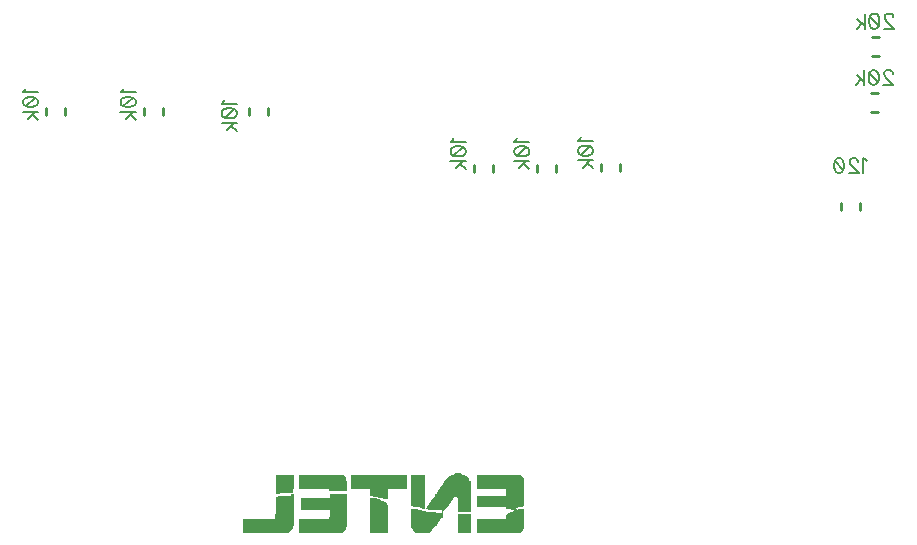
<source format=gbo>
G04 DipTrace 2.4.0.2*
%INÍèæíÿÿìàðêèðîâêà.gbo*%
%MOIN*%
%ADD10C,0.0098*%
%ADD12C,0.003*%
%ADD81C,0.0077*%
%FSLAX44Y44*%
G04*
G70*
G90*
G75*
G01*
%LNBotSilk*%
%LPD*%
X13122Y19518D2*
D10*
Y19754D1*
X13752Y19518D2*
Y19754D1*
X9622Y19518D2*
Y19754D1*
X10252Y19518D2*
Y19754D1*
X6372Y19518D2*
Y19754D1*
X7002Y19518D2*
Y19754D1*
X33870Y20252D2*
X34106D1*
X33870Y19622D2*
X34106D1*
X34129Y21497D2*
X33893D1*
X34129Y22126D2*
X33893D1*
X33502Y16606D2*
Y16370D1*
X32872Y16606D2*
Y16370D1*
X22748Y17620D2*
Y17856D1*
X23377Y17620D2*
Y17856D1*
X21252D2*
Y17620D1*
X20622Y17856D2*
Y17620D1*
X24872Y17643D2*
Y17878D1*
X25502Y17643D2*
Y17878D1*
X20002Y7583D2*
D12*
X20181D1*
X20002Y7553D2*
X20181D1*
X14018Y7523D2*
X14586D1*
X14795D2*
X16262D1*
X16531D2*
X18356D1*
X18536D2*
X18955D1*
X19900D2*
X20282D1*
X20720D2*
X22156D1*
X14018Y7494D2*
X14586D1*
X14795D2*
X16294D1*
X16531D2*
X18356D1*
X18536D2*
X18955D1*
X19822D2*
X20356D1*
X20720D2*
X22202D1*
X14018Y7464D2*
X14586D1*
X14795D2*
X16318D1*
X16531D2*
X18356D1*
X18536D2*
X18955D1*
X19769D2*
X20409D1*
X20720D2*
X22235D1*
X14018Y7434D2*
X14586D1*
X14795D2*
X16335D1*
X16531D2*
X18356D1*
X18536D2*
X18955D1*
X19729D2*
X20433D1*
X20720D2*
X22260D1*
X14018Y7404D2*
X14586D1*
X14795D2*
X16344D1*
X16531D2*
X18356D1*
X18536D2*
X18955D1*
X19709D2*
X20442D1*
X20720D2*
X22268D1*
X14018Y7374D2*
X14586D1*
X14795D2*
X16348D1*
X16531D2*
X18356D1*
X18536D2*
X18955D1*
X19686D2*
X20447D1*
X20720D2*
X22273D1*
X14018Y7344D2*
X14586D1*
X14795D2*
X16350D1*
X16531D2*
X18356D1*
X18536D2*
X18955D1*
X19661D2*
X20449D1*
X20720D2*
X22275D1*
X14018Y7314D2*
X14586D1*
X14795D2*
X16351D1*
X16531D2*
X18356D1*
X18536D2*
X18955D1*
X19638D2*
X20510D1*
X20720D2*
X22275D1*
X14018Y7284D2*
X14586D1*
X14795D2*
X16351D1*
X16531D2*
X18356D1*
X18536D2*
X18955D1*
X19620D2*
X20510D1*
X20720D2*
X22276D1*
X14018Y7254D2*
X14586D1*
X14795D2*
X16351D1*
X16531D2*
X18356D1*
X18536D2*
X18955D1*
X19603D2*
X20510D1*
X20720D2*
X22276D1*
X14018Y7224D2*
X14586D1*
X14795D2*
X16351D1*
X16531D2*
X18356D1*
X18536D2*
X18955D1*
X19584D2*
X20510D1*
X20720D2*
X22276D1*
X14018Y7194D2*
X14586D1*
X14795D2*
X16351D1*
X16531D2*
X18356D1*
X18536D2*
X18955D1*
X19559D2*
X20510D1*
X20720D2*
X22276D1*
X14018Y7164D2*
X14586D1*
X14795D2*
X16351D1*
X16531D2*
X18356D1*
X18536D2*
X18955D1*
X19533D2*
X20510D1*
X20720D2*
X22276D1*
X14018Y7134D2*
X14586D1*
X14795D2*
X16351D1*
X16531D2*
X18356D1*
X18536D2*
X18955D1*
X19514D2*
X20510D1*
X20720D2*
X22276D1*
X14018Y7105D2*
X14586D1*
X14795D2*
X16351D1*
X16531D2*
X18356D1*
X18536D2*
X18955D1*
X19500D2*
X20510D1*
X20720D2*
X22276D1*
X14018Y7075D2*
X14585D1*
X15813D2*
X16351D1*
X17159D2*
X17728D1*
X18536D2*
X18955D1*
X19486D2*
X20510D1*
X21707D2*
X22276D1*
X14018Y7045D2*
X14581D1*
X15813D2*
X16351D1*
X17159D2*
X17728D1*
X18536D2*
X18955D1*
X19465D2*
X20510D1*
X21707D2*
X22276D1*
X14018Y7015D2*
X14574D1*
X15813D2*
X16351D1*
X17159D2*
X17728D1*
X18536D2*
X18955D1*
X19442D2*
X20510D1*
X21707D2*
X22276D1*
X14018Y6985D2*
X14565D1*
X17159D2*
X17728D1*
X18536D2*
X18955D1*
X19423D2*
X20510D1*
X21707D2*
X22276D1*
X14018Y6955D2*
X14556D1*
X17159D2*
X17728D1*
X18536D2*
X18955D1*
X19412D2*
X20510D1*
X21707D2*
X22276D1*
X14018Y6925D2*
X14137D1*
X17159D2*
X17728D1*
X18536D2*
X18955D1*
X19407D2*
X20510D1*
X21707D2*
X22276D1*
X14526Y6895D2*
X14586D1*
X15843D2*
X16351D1*
X17159D2*
X17728D1*
X18536D2*
X18955D1*
X19344D2*
X20510D1*
X21707D2*
X22276D1*
X14526Y6865D2*
X14586D1*
X15843D2*
X16351D1*
X17159D2*
X17728D1*
X18536D2*
X18955D1*
X19333D2*
X20510D1*
X21707D2*
X22276D1*
X14107Y6835D2*
X14586D1*
X15843D2*
X16351D1*
X17323D2*
X17728D1*
X18536D2*
X18955D1*
X19322D2*
X19983D1*
X20020D2*
X20510D1*
X20720D2*
X22276D1*
X14066Y6805D2*
X14586D1*
X15843D2*
X16351D1*
X17488D2*
X17728D1*
X18536D2*
X18955D1*
X19308D2*
X19947D1*
X20060D2*
X20510D1*
X20720D2*
X22276D1*
X14035Y6775D2*
X14586D1*
X15843D2*
X16351D1*
X17488D2*
X17728D1*
X18536D2*
X18955D1*
X19286D2*
X19923D1*
X20076D2*
X20510D1*
X20720D2*
X22276D1*
X14026Y6745D2*
X14586D1*
X14855D2*
X16351D1*
X17159D2*
X17279D1*
X17668D2*
X17728D1*
X18536D2*
X18955D1*
X19260D2*
X19904D1*
X20085D2*
X20510D1*
X20720D2*
X22276D1*
X14021Y6716D2*
X14586D1*
X14855D2*
X16351D1*
X17159D2*
X17458D1*
X18536D2*
X18955D1*
X19234D2*
X19885D1*
X20089D2*
X20510D1*
X20720D2*
X22276D1*
X14019Y6686D2*
X14586D1*
X14855D2*
X16351D1*
X17159D2*
X17458D1*
X18536D2*
X18955D1*
X19209D2*
X19863D1*
X20091D2*
X20510D1*
X20720D2*
X22276D1*
X14018Y6656D2*
X14586D1*
X14855D2*
X16351D1*
X17159D2*
X17572D1*
X18536D2*
X18955D1*
X19187D2*
X19842D1*
X20091D2*
X20510D1*
X20720D2*
X22276D1*
X14018Y6626D2*
X14586D1*
X14855D2*
X16351D1*
X17159D2*
X17663D1*
X18536D2*
X18955D1*
X19168D2*
X19822D1*
X20091D2*
X20510D1*
X20720D2*
X22276D1*
X14018Y6596D2*
X14586D1*
X14855D2*
X16351D1*
X17159D2*
X17702D1*
X18536D2*
X18955D1*
X19147D2*
X19798D1*
X20091D2*
X20510D1*
X20720D2*
X22276D1*
X14018Y6566D2*
X14586D1*
X14855D2*
X16351D1*
X17159D2*
X17716D1*
X18539D2*
X18955D1*
X19122D2*
X19772D1*
X20092D2*
X20510D1*
X20720D2*
X22274D1*
X14018Y6536D2*
X14586D1*
X14855D2*
X16351D1*
X17159D2*
X17723D1*
X18543D2*
X18955D1*
X19099D2*
X19751D1*
X20092D2*
X20510D1*
X20720D2*
X22268D1*
X14018Y6506D2*
X14586D1*
X14855D2*
X16351D1*
X17159D2*
X17726D1*
X18625D2*
X18955D1*
X19081D2*
X19732D1*
X20092D2*
X20510D1*
X20720D2*
X22232D1*
X14018Y6476D2*
X14586D1*
X14855D2*
X16351D1*
X17159D2*
X17727D1*
X18748D2*
X18955D1*
X19067D2*
X19711D1*
X20092D2*
X20510D1*
X20720D2*
X22130D1*
X14018Y6446D2*
X14586D1*
X14855D2*
X16351D1*
X17159D2*
X17728D1*
X18895D2*
X18955D1*
X19055D2*
X19687D1*
X20092D2*
X20510D1*
X21707D2*
X22006D1*
X14018Y6416D2*
X14586D1*
X14855D2*
X16351D1*
X17159D2*
X17728D1*
X18895D2*
X18955D1*
X19044D2*
X19661D1*
X20092D2*
X20510D1*
X21707D2*
X22006D1*
X14018Y6386D2*
X14586D1*
X14855D2*
X16351D1*
X17159D2*
X17728D1*
X18536D2*
X18625D1*
X19164D2*
X19632D1*
X20092D2*
X20510D1*
X22216D2*
X22276D1*
X14018Y6356D2*
X14586D1*
X15843D2*
X16351D1*
X17159D2*
X17728D1*
X18536D2*
X18865D1*
X19583D2*
X19604D1*
X20092D2*
X20510D1*
X21977D2*
X22276D1*
X14018Y6327D2*
X14586D1*
X15843D2*
X16351D1*
X17159D2*
X17728D1*
X18536D2*
X18865D1*
X19583D2*
X19578D1*
X20092D2*
X20510D1*
X21977D2*
X22276D1*
X14018Y6297D2*
X14586D1*
X15843D2*
X16351D1*
X17159D2*
X17728D1*
X18536D2*
X19194D1*
X21859D2*
X22276D1*
X14018Y6267D2*
X14586D1*
X15842D2*
X16351D1*
X17159D2*
X17728D1*
X18536D2*
X19583D1*
X21768D2*
X22276D1*
X14017Y6237D2*
X14586D1*
X15838D2*
X16351D1*
X17159D2*
X17728D1*
X18536D2*
X19578D1*
X21731D2*
X22276D1*
X14016Y6207D2*
X14586D1*
X15831D2*
X16351D1*
X17159D2*
X17728D1*
X18536D2*
X19571D1*
X20092D2*
X20510D1*
X21718D2*
X22276D1*
X14013Y6177D2*
X14586D1*
X15823D2*
X16351D1*
X17159D2*
X17728D1*
X18536D2*
X19563D1*
X20092D2*
X20510D1*
X21712D2*
X22276D1*
X14005Y6147D2*
X14586D1*
X15818D2*
X16351D1*
X17159D2*
X17728D1*
X18536D2*
X19557D1*
X20092D2*
X20510D1*
X21709D2*
X22276D1*
X13998Y6117D2*
X14586D1*
X15815D2*
X16351D1*
X17159D2*
X17728D1*
X18536D2*
X19493D1*
X20092D2*
X20510D1*
X21708D2*
X22276D1*
X13992Y6087D2*
X14586D1*
X15814D2*
X16351D1*
X17159D2*
X17728D1*
X18536D2*
X19488D1*
X20092D2*
X20510D1*
X21707D2*
X22276D1*
X12940Y6057D2*
X14586D1*
X14795D2*
X16351D1*
X17159D2*
X17728D1*
X18536D2*
X19479D1*
X20092D2*
X20510D1*
X20720D2*
X22276D1*
X12940Y6027D2*
X14586D1*
X14795D2*
X16351D1*
X17159D2*
X17728D1*
X18536D2*
X19462D1*
X20092D2*
X20510D1*
X20720D2*
X22276D1*
X12940Y5997D2*
X14586D1*
X14795D2*
X16351D1*
X17159D2*
X17728D1*
X18536D2*
X19439D1*
X20092D2*
X20510D1*
X20720D2*
X22276D1*
X12940Y5968D2*
X14586D1*
X14795D2*
X16351D1*
X17159D2*
X17728D1*
X18536D2*
X19414D1*
X20092D2*
X20510D1*
X20720D2*
X22276D1*
X12940Y5938D2*
X14586D1*
X14795D2*
X16351D1*
X17159D2*
X17728D1*
X18536D2*
X19394D1*
X20092D2*
X20510D1*
X20720D2*
X22276D1*
X12940Y5908D2*
X14586D1*
X14795D2*
X16351D1*
X17159D2*
X17728D1*
X18536D2*
X19383D1*
X20092D2*
X20510D1*
X20720D2*
X22276D1*
X12940Y5878D2*
X14586D1*
X14795D2*
X16351D1*
X17159D2*
X17728D1*
X18536D2*
X19377D1*
X20092D2*
X20510D1*
X20720D2*
X22276D1*
X12940Y5848D2*
X14585D1*
X14795D2*
X16351D1*
X17159D2*
X17728D1*
X18537D2*
X19314D1*
X20092D2*
X20510D1*
X20720D2*
X22276D1*
X12940Y5818D2*
X14581D1*
X14795D2*
X16351D1*
X17159D2*
X17728D1*
X18541D2*
X19294D1*
X20092D2*
X20510D1*
X20720D2*
X22276D1*
X12940Y5788D2*
X14571D1*
X14795D2*
X16350D1*
X17159D2*
X17728D1*
X18550D2*
X19269D1*
X20092D2*
X20510D1*
X20720D2*
X22274D1*
X12940Y5758D2*
X14554D1*
X14795D2*
X16346D1*
X17159D2*
X17728D1*
X18567D2*
X19242D1*
X20092D2*
X20510D1*
X20720D2*
X22271D1*
X12940Y5728D2*
X14527D1*
X14795D2*
X16325D1*
X17159D2*
X17728D1*
X18590D2*
X19214D1*
X20092D2*
X20510D1*
X20720D2*
X22249D1*
X12940Y5698D2*
X14494D1*
X14795D2*
X16294D1*
X17159D2*
X17728D1*
X18616D2*
X19184D1*
X20092D2*
X20510D1*
X20720D2*
X22219D1*
X12940Y5668D2*
X14463D1*
X14795D2*
X16262D1*
X17159D2*
X17728D1*
X18637D2*
X19157D1*
X20092D2*
X20510D1*
X20720D2*
X22186D1*
X12940Y5638D2*
X14436D1*
X14795D2*
X16232D1*
X17159D2*
X17728D1*
X18655D2*
X19134D1*
X20092D2*
X20510D1*
X20720D2*
X22156D1*
X20002Y7583D2*
Y7553D1*
X19900Y7523D1*
X19822Y7494D1*
X19769Y7464D1*
X19729Y7434D1*
X19709Y7404D1*
X19686Y7374D1*
X19661Y7344D1*
X19638Y7314D1*
X19620Y7284D1*
X19603Y7254D1*
X19584Y7224D1*
X19559Y7194D1*
X19533Y7164D1*
X19514Y7134D1*
X19500Y7105D1*
X19486Y7075D1*
X19465Y7045D1*
X19442Y7015D1*
X19423Y6985D1*
X19412Y6955D1*
X19407Y6925D1*
X19403Y6895D1*
X19344D1*
X19333Y6865D1*
X19322Y6835D1*
X19308Y6805D1*
X19286Y6775D1*
X19260Y6745D1*
X19234Y6716D1*
X19209Y6686D1*
X19187Y6656D1*
X19168Y6626D1*
X19147Y6596D1*
X19122Y6566D1*
X19099Y6536D1*
X19081Y6506D1*
X19067Y6476D1*
X19055Y6446D1*
X19044Y6416D1*
X19164Y6386D1*
X20181Y7583D2*
Y7553D1*
X20282Y7523D1*
X20356Y7494D1*
X20409Y7464D1*
X20433Y7434D1*
X20442Y7404D1*
X20447Y7374D1*
X20449Y7344D1*
X20451Y7314D1*
X20510D1*
Y7284D1*
Y7254D1*
Y7224D1*
Y7194D1*
Y7164D1*
Y7134D1*
Y7105D1*
Y7075D1*
Y7045D1*
Y7015D1*
Y6985D1*
Y6955D1*
Y6925D1*
Y6895D1*
Y6865D1*
Y6835D1*
Y6805D1*
Y6775D1*
Y6745D1*
Y6716D1*
Y6686D1*
Y6656D1*
Y6626D1*
Y6596D1*
Y6566D1*
Y6536D1*
Y6506D1*
Y6476D1*
Y6446D1*
Y6416D1*
Y6386D1*
Y6356D1*
Y6327D1*
X14018Y7523D2*
Y7494D1*
Y7464D1*
Y7434D1*
Y7404D1*
Y7374D1*
Y7344D1*
Y7314D1*
Y7284D1*
Y7254D1*
Y7224D1*
Y7194D1*
Y7164D1*
Y7134D1*
Y7105D1*
Y7075D1*
Y7045D1*
Y7015D1*
Y6985D1*
Y6955D1*
Y6925D1*
X14586Y7523D2*
Y7494D1*
Y7464D1*
Y7434D1*
Y7404D1*
Y7374D1*
Y7344D1*
Y7314D1*
Y7284D1*
Y7254D1*
Y7224D1*
Y7194D1*
Y7164D1*
Y7134D1*
Y7105D1*
X14585Y7075D1*
X14581Y7045D1*
X14574Y7015D1*
X14565Y6985D1*
X14556Y6955D1*
X14795Y7523D2*
Y7494D1*
Y7464D1*
Y7434D1*
Y7404D1*
Y7374D1*
Y7344D1*
Y7314D1*
Y7284D1*
Y7254D1*
Y7224D1*
Y7194D1*
Y7164D1*
Y7134D1*
Y7105D1*
X16262Y7523D2*
X16294Y7494D1*
X16318Y7464D1*
X16335Y7434D1*
X16344Y7404D1*
X16348Y7374D1*
X16350Y7344D1*
X16351Y7314D1*
Y7284D1*
Y7254D1*
Y7224D1*
Y7194D1*
Y7164D1*
Y7134D1*
Y7105D1*
Y7075D1*
Y7045D1*
Y7015D1*
X16531Y7523D2*
Y7494D1*
Y7464D1*
Y7434D1*
Y7404D1*
Y7374D1*
Y7344D1*
Y7314D1*
Y7284D1*
Y7254D1*
Y7224D1*
Y7194D1*
Y7164D1*
Y7134D1*
Y7105D1*
X18356Y7523D2*
Y7494D1*
Y7464D1*
Y7434D1*
Y7404D1*
Y7374D1*
Y7344D1*
Y7314D1*
Y7284D1*
Y7254D1*
Y7224D1*
Y7194D1*
Y7164D1*
Y7134D1*
Y7105D1*
X18536Y7523D2*
Y7494D1*
Y7464D1*
Y7434D1*
Y7404D1*
Y7374D1*
Y7344D1*
Y7314D1*
Y7284D1*
Y7254D1*
Y7224D1*
Y7194D1*
Y7164D1*
Y7134D1*
Y7105D1*
Y7075D1*
Y7045D1*
Y7015D1*
Y6985D1*
Y6955D1*
Y6925D1*
Y6895D1*
Y6865D1*
Y6835D1*
Y6805D1*
Y6775D1*
Y6745D1*
Y6716D1*
Y6686D1*
Y6656D1*
Y6626D1*
Y6596D1*
X18539Y6566D1*
X18543Y6536D1*
X18625Y6506D1*
X18748Y6476D1*
X18895Y6446D1*
Y6416D1*
X18955Y7523D2*
Y7494D1*
Y7464D1*
Y7434D1*
Y7404D1*
Y7374D1*
Y7344D1*
Y7314D1*
Y7284D1*
Y7254D1*
Y7224D1*
Y7194D1*
Y7164D1*
Y7134D1*
Y7105D1*
Y7075D1*
Y7045D1*
Y7015D1*
Y6985D1*
Y6955D1*
Y6925D1*
Y6895D1*
Y6865D1*
Y6835D1*
Y6805D1*
Y6775D1*
Y6745D1*
Y6716D1*
Y6686D1*
Y6656D1*
Y6626D1*
Y6596D1*
Y6566D1*
Y6536D1*
Y6506D1*
Y6476D1*
Y6446D1*
Y6416D1*
X20720Y7523D2*
Y7494D1*
Y7464D1*
Y7434D1*
Y7404D1*
Y7374D1*
Y7344D1*
Y7314D1*
Y7284D1*
Y7254D1*
Y7224D1*
Y7194D1*
Y7164D1*
Y7134D1*
Y7105D1*
X22156Y7523D2*
X22202Y7494D1*
X22235Y7464D1*
X22260Y7434D1*
X22268Y7404D1*
X22273Y7374D1*
X22275Y7344D1*
Y7314D1*
X22276Y7284D1*
Y7254D1*
Y7224D1*
Y7194D1*
Y7164D1*
Y7134D1*
Y7105D1*
Y7075D1*
Y7045D1*
Y7015D1*
Y6985D1*
Y6955D1*
Y6925D1*
Y6895D1*
Y6865D1*
Y6835D1*
Y6805D1*
Y6775D1*
Y6745D1*
Y6716D1*
Y6686D1*
Y6656D1*
Y6626D1*
Y6596D1*
X22274Y6566D1*
X22268Y6536D1*
X22232Y6506D1*
X22130Y6476D1*
X22006Y6446D1*
Y6416D1*
X15813Y7105D2*
Y7075D1*
Y7045D1*
Y7015D1*
X17159Y7105D2*
Y7075D1*
Y7045D1*
Y7015D1*
Y6985D1*
Y6955D1*
Y6925D1*
Y6895D1*
Y6865D1*
X17323Y6835D1*
X17488Y6805D1*
Y6775D1*
X17668Y6745D1*
X17728Y7105D2*
Y7075D1*
Y7045D1*
Y7015D1*
Y6985D1*
Y6955D1*
Y6925D1*
Y6895D1*
Y6865D1*
Y6835D1*
Y6805D1*
Y6775D1*
Y6745D1*
X21707Y7105D2*
Y7075D1*
Y7045D1*
Y7015D1*
Y6985D1*
Y6955D1*
Y6925D1*
Y6895D1*
Y6865D1*
Y6835D1*
X14167Y6955D2*
X14137Y6925D1*
X14526Y6895D2*
Y6865D1*
Y6835D1*
X14586Y6895D2*
Y6865D1*
Y6835D1*
Y6805D1*
Y6775D1*
Y6745D1*
Y6716D1*
Y6686D1*
Y6656D1*
Y6626D1*
Y6596D1*
Y6566D1*
Y6536D1*
Y6506D1*
Y6476D1*
Y6446D1*
Y6416D1*
Y6386D1*
Y6356D1*
Y6327D1*
Y6297D1*
Y6267D1*
Y6237D1*
Y6207D1*
Y6177D1*
Y6147D1*
Y6117D1*
Y6087D1*
Y6057D1*
Y6027D1*
Y5997D1*
Y5968D1*
Y5938D1*
Y5908D1*
Y5878D1*
X14585Y5848D1*
X14581Y5818D1*
X14571Y5788D1*
X14554Y5758D1*
X14527Y5728D1*
X14494Y5698D1*
X14463Y5668D1*
X14436Y5638D1*
X15843Y6895D2*
Y6865D1*
Y6835D1*
Y6805D1*
Y6775D1*
Y6745D1*
X16351Y6895D2*
Y6865D1*
Y6835D1*
Y6805D1*
Y6775D1*
Y6745D1*
Y6716D1*
Y6686D1*
Y6656D1*
Y6626D1*
Y6596D1*
Y6566D1*
Y6536D1*
Y6506D1*
Y6476D1*
Y6446D1*
Y6416D1*
Y6386D1*
Y6356D1*
Y6327D1*
Y6297D1*
Y6267D1*
Y6237D1*
Y6207D1*
Y6177D1*
Y6147D1*
Y6117D1*
Y6087D1*
Y6057D1*
Y6027D1*
Y5997D1*
Y5968D1*
Y5938D1*
Y5908D1*
Y5878D1*
Y5848D1*
Y5818D1*
X16350Y5788D1*
X16346Y5758D1*
X16325Y5728D1*
X16294Y5698D1*
X16262Y5668D1*
X16232Y5638D1*
X14107Y6835D2*
X14066Y6805D1*
X14035Y6775D1*
X14026Y6745D1*
X14021Y6716D1*
X14019Y6686D1*
X14018Y6656D1*
Y6626D1*
Y6596D1*
Y6566D1*
Y6536D1*
Y6506D1*
Y6476D1*
Y6446D1*
Y6416D1*
Y6386D1*
Y6356D1*
Y6327D1*
Y6297D1*
Y6267D1*
X14017Y6237D1*
X14016Y6207D1*
X14013Y6177D1*
X14005Y6147D1*
X13998Y6117D1*
X13992Y6087D1*
X13988Y6057D1*
X20032Y6865D2*
X19983Y6835D1*
X19947Y6805D1*
X19923Y6775D1*
X19904Y6745D1*
X19885Y6716D1*
X19863Y6686D1*
X19842Y6656D1*
X19822Y6626D1*
X19798Y6596D1*
X19772Y6566D1*
X19751Y6536D1*
X19732Y6506D1*
X19711Y6476D1*
X19687Y6446D1*
X19661Y6416D1*
X19632Y6386D1*
X19604Y6356D1*
X19578Y6327D1*
X19553Y6297D1*
X19972Y6865D2*
X20020Y6835D1*
X20060Y6805D1*
X20076Y6775D1*
X20085Y6745D1*
X20089Y6716D1*
X20091Y6686D1*
Y6656D1*
Y6626D1*
Y6596D1*
X20092Y6566D1*
Y6536D1*
Y6506D1*
Y6476D1*
Y6446D1*
Y6416D1*
Y6386D1*
Y6356D1*
Y6327D1*
X20720Y6835D2*
Y6805D1*
Y6775D1*
Y6745D1*
Y6716D1*
Y6686D1*
Y6656D1*
Y6626D1*
Y6596D1*
Y6566D1*
Y6536D1*
Y6506D1*
Y6476D1*
X14855Y6745D2*
Y6716D1*
Y6686D1*
Y6656D1*
Y6626D1*
Y6596D1*
Y6566D1*
Y6536D1*
Y6506D1*
Y6476D1*
Y6446D1*
Y6416D1*
Y6386D1*
X17159Y6745D2*
Y6716D1*
Y6686D1*
Y6656D1*
Y6626D1*
Y6596D1*
Y6566D1*
Y6536D1*
Y6506D1*
Y6476D1*
Y6446D1*
Y6416D1*
Y6386D1*
Y6356D1*
Y6327D1*
Y6297D1*
Y6267D1*
Y6237D1*
Y6207D1*
Y6177D1*
Y6147D1*
Y6117D1*
Y6087D1*
Y6057D1*
Y6027D1*
Y5997D1*
Y5968D1*
Y5938D1*
Y5908D1*
Y5878D1*
Y5848D1*
Y5818D1*
Y5788D1*
Y5758D1*
Y5728D1*
Y5698D1*
Y5668D1*
Y5638D1*
X17279Y6745D2*
X17458Y6716D1*
Y6686D1*
X17572Y6656D1*
X17663Y6626D1*
X17702Y6596D1*
X17716Y6566D1*
X17723Y6536D1*
X17726Y6506D1*
X17727Y6476D1*
X17728Y6446D1*
Y6416D1*
Y6386D1*
Y6356D1*
Y6327D1*
Y6297D1*
Y6267D1*
Y6237D1*
Y6207D1*
Y6177D1*
Y6147D1*
Y6117D1*
Y6087D1*
Y6057D1*
Y6027D1*
Y5997D1*
Y5968D1*
Y5938D1*
Y5908D1*
Y5878D1*
Y5848D1*
Y5818D1*
Y5788D1*
Y5758D1*
Y5728D1*
Y5698D1*
Y5668D1*
Y5638D1*
X21707Y6476D2*
Y6446D1*
Y6416D1*
X22036Y6386D1*
X18536D2*
Y6356D1*
Y6327D1*
Y6297D1*
Y6267D1*
Y6237D1*
Y6207D1*
Y6177D1*
Y6147D1*
Y6117D1*
Y6087D1*
Y6057D1*
Y6027D1*
Y5997D1*
Y5968D1*
Y5938D1*
Y5908D1*
Y5878D1*
X18537Y5848D1*
X18541Y5818D1*
X18550Y5788D1*
X18567Y5758D1*
X18590Y5728D1*
X18616Y5698D1*
X18637Y5668D1*
X18655Y5638D1*
X18625Y6386D2*
X18865Y6356D1*
Y6327D1*
X19194Y6297D1*
X19523Y6267D1*
X22216Y6386D2*
X21977Y6356D1*
Y6327D1*
X21859Y6297D1*
X21768Y6267D1*
X21731Y6237D1*
X21718Y6207D1*
X21712Y6177D1*
X21709Y6147D1*
X21708Y6117D1*
X21707Y6087D1*
Y6057D1*
X22276Y6386D2*
Y6356D1*
Y6327D1*
Y6297D1*
Y6267D1*
Y6237D1*
Y6207D1*
Y6177D1*
Y6147D1*
Y6117D1*
Y6087D1*
Y6057D1*
Y6027D1*
Y5997D1*
Y5968D1*
Y5938D1*
Y5908D1*
Y5878D1*
Y5848D1*
Y5818D1*
X22274Y5788D1*
X22271Y5758D1*
X22249Y5728D1*
X22219Y5698D1*
X22186Y5668D1*
X22156Y5638D1*
X15843Y6386D2*
Y6356D1*
Y6327D1*
Y6297D1*
X15842Y6267D1*
X15838Y6237D1*
X15831Y6207D1*
X15823Y6177D1*
X15818Y6147D1*
X15815Y6117D1*
X15814Y6087D1*
X15813Y6057D1*
X19583Y6267D2*
X19578Y6237D1*
X19571Y6207D1*
X19563Y6177D1*
X19557Y6147D1*
X19553Y6117D1*
X19493D1*
X19488Y6087D1*
X19479Y6057D1*
X19462Y6027D1*
X19439Y5997D1*
X19414Y5968D1*
X19394Y5938D1*
X19383Y5908D1*
X19377Y5878D1*
X19373Y5848D1*
X19314D1*
X19294Y5818D1*
X19269Y5788D1*
X19242Y5758D1*
X19214Y5728D1*
X19184Y5698D1*
X19157Y5668D1*
X19134Y5638D1*
X20092Y6207D2*
Y6177D1*
Y6147D1*
Y6117D1*
Y6087D1*
Y6057D1*
Y6027D1*
Y5997D1*
Y5968D1*
Y5938D1*
Y5908D1*
Y5878D1*
Y5848D1*
Y5818D1*
Y5788D1*
Y5758D1*
Y5728D1*
Y5698D1*
Y5668D1*
Y5638D1*
X20510Y6207D2*
Y6177D1*
Y6147D1*
Y6117D1*
Y6087D1*
Y6057D1*
Y6027D1*
Y5997D1*
Y5968D1*
Y5938D1*
Y5908D1*
Y5878D1*
Y5848D1*
Y5818D1*
Y5788D1*
Y5758D1*
Y5728D1*
Y5698D1*
Y5668D1*
Y5638D1*
X12940Y6057D2*
Y6027D1*
Y5997D1*
Y5968D1*
Y5938D1*
Y5908D1*
Y5878D1*
Y5848D1*
Y5818D1*
Y5788D1*
Y5758D1*
Y5728D1*
Y5698D1*
Y5668D1*
Y5638D1*
X14795Y6057D2*
Y6027D1*
Y5997D1*
Y5968D1*
Y5938D1*
Y5908D1*
Y5878D1*
Y5848D1*
Y5818D1*
Y5788D1*
Y5758D1*
Y5728D1*
Y5698D1*
Y5668D1*
Y5638D1*
X20720Y6057D2*
Y6027D1*
Y5997D1*
Y5968D1*
Y5938D1*
Y5908D1*
Y5878D1*
Y5848D1*
Y5818D1*
Y5788D1*
Y5758D1*
Y5728D1*
Y5698D1*
Y5668D1*
Y5638D1*
X12322Y20024D2*
D81*
X12297Y19976D1*
X12226Y19904D1*
X12728D1*
X12226Y19606D2*
X12250Y19678D1*
X12322Y19726D1*
X12441Y19750D1*
X12513D1*
X12632Y19726D1*
X12704Y19678D1*
X12728Y19606D1*
Y19559D1*
X12704Y19487D1*
X12632Y19439D1*
X12513Y19415D1*
X12441D1*
X12322Y19439D1*
X12250Y19487D1*
X12226Y19559D1*
Y19606D1*
X12322Y19439D2*
X12632Y19726D1*
X12225Y19261D2*
X12728D1*
X12393Y19021D2*
X12632Y19261D1*
X12537Y19165D2*
X12728Y18997D1*
X8947Y20399D2*
X8922Y20351D1*
X8851Y20279D1*
X9353D1*
X8851Y19981D2*
X8875Y20053D1*
X8947Y20101D1*
X9066Y20125D1*
X9138D1*
X9257Y20101D1*
X9329Y20053D1*
X9353Y19981D1*
Y19934D1*
X9329Y19862D1*
X9257Y19814D1*
X9138Y19790D1*
X9066D1*
X8947Y19814D1*
X8875Y19862D1*
X8851Y19934D1*
Y19981D1*
X8947Y19814D2*
X9257Y20101D1*
X8850Y19636D2*
X9353D1*
X9018Y19396D2*
X9257Y19636D1*
X9162Y19540D2*
X9353Y19372D1*
X5697Y20399D2*
X5672Y20351D1*
X5601Y20279D1*
X6103D1*
X5601Y19981D2*
X5625Y20053D1*
X5697Y20101D1*
X5816Y20125D1*
X5888D1*
X6007Y20101D1*
X6079Y20053D1*
X6103Y19981D1*
Y19934D1*
X6079Y19862D1*
X6007Y19814D1*
X5888Y19790D1*
X5816D1*
X5697Y19814D1*
X5625Y19862D1*
X5601Y19934D1*
Y19981D1*
X5697Y19814D2*
X6007Y20101D1*
X5600Y19636D2*
X6103D1*
X5768Y19396D2*
X6007Y19636D1*
X5912Y19540D2*
X6103Y19372D1*
X34585Y20904D2*
Y20927D1*
X34561Y20975D1*
X34537Y20999D1*
X34489Y21023D1*
X34394D1*
X34346Y20999D1*
X34322Y20975D1*
X34298Y20927D1*
Y20880D1*
X34322Y20832D1*
X34370Y20760D1*
X34609Y20521D1*
X34274D1*
X33976Y21023D2*
X34048Y20999D1*
X34096Y20927D1*
X34120Y20808D1*
Y20736D1*
X34096Y20617D1*
X34048Y20545D1*
X33976Y20521D1*
X33928D1*
X33857Y20545D1*
X33809Y20617D1*
X33785Y20736D1*
Y20808D1*
X33809Y20927D1*
X33857Y20999D1*
X33928Y21023D1*
X33976D1*
X33809Y20927D2*
X34096Y20617D1*
X33630Y21024D2*
Y20521D1*
X33391Y20856D2*
X33630Y20617D1*
X33535Y20712D2*
X33367Y20521D1*
X34608Y22778D2*
Y22802D1*
X34584Y22850D1*
X34560Y22874D1*
X34512Y22898D1*
X34416D1*
X34369Y22874D1*
X34345Y22850D1*
X34321Y22802D1*
Y22755D1*
X34345Y22707D1*
X34393Y22635D1*
X34632Y22396D1*
X34297D1*
X33999Y22898D2*
X34071Y22874D1*
X34119Y22802D1*
X34143Y22683D1*
Y22611D1*
X34119Y22492D1*
X34071Y22420D1*
X33999Y22396D1*
X33951D1*
X33879Y22420D1*
X33832Y22492D1*
X33808Y22611D1*
Y22683D1*
X33832Y22802D1*
X33879Y22874D1*
X33951Y22898D1*
X33999D1*
X33832Y22802D2*
X34119Y22492D1*
X33653Y22898D2*
Y22396D1*
X33414Y22731D2*
X33653Y22492D1*
X33558Y22587D2*
X33390Y22396D1*
X33736Y17990D2*
X33688Y18015D1*
X33616Y18086D1*
Y17584D1*
X33438Y17967D2*
Y17990D1*
X33414Y18038D1*
X33390Y18062D1*
X33342Y18086D1*
X33246D1*
X33199Y18062D1*
X33175Y18038D1*
X33151Y17990D1*
Y17943D1*
X33175Y17895D1*
X33223Y17823D1*
X33462Y17584D1*
X33127D1*
X32829Y18086D2*
X32901Y18062D1*
X32949Y17990D1*
X32973Y17871D1*
Y17799D1*
X32949Y17680D1*
X32901Y17608D1*
X32829Y17584D1*
X32781D1*
X32710Y17608D1*
X32662Y17680D1*
X32638Y17799D1*
Y17871D1*
X32662Y17990D1*
X32710Y18062D1*
X32781Y18086D1*
X32829D1*
X32662Y17990D2*
X32949Y17680D1*
X22072Y18752D2*
X22047Y18703D1*
X21976Y18632D1*
X22478D1*
X21976Y18334D2*
X22000Y18405D1*
X22072Y18453D1*
X22191Y18477D1*
X22263D1*
X22382Y18453D1*
X22454Y18405D1*
X22478Y18334D1*
Y18286D1*
X22454Y18214D1*
X22382Y18167D1*
X22263Y18142D1*
X22191D1*
X22072Y18167D1*
X22000Y18214D1*
X21976Y18286D1*
Y18334D1*
X22072Y18167D2*
X22382Y18453D1*
X21976Y17988D2*
X22478D1*
X22143Y17749D2*
X22382Y17988D1*
X22287Y17892D2*
X22478Y17725D1*
X19947Y18752D2*
X19922Y18703D1*
X19851Y18632D1*
X20353D1*
X19851Y18334D2*
X19875Y18405D1*
X19947Y18453D1*
X20066Y18477D1*
X20138D1*
X20257Y18453D1*
X20329Y18405D1*
X20353Y18334D1*
Y18286D1*
X20329Y18214D1*
X20257Y18167D1*
X20138Y18142D1*
X20066D1*
X19947Y18167D1*
X19875Y18214D1*
X19851Y18286D1*
Y18334D1*
X19947Y18167D2*
X20257Y18453D1*
X19850Y17988D2*
X20353D1*
X20018Y17749D2*
X20257Y17988D1*
X20162Y17892D2*
X20353Y17725D1*
X24197Y18774D2*
X24172Y18726D1*
X24101Y18654D1*
X24603D1*
X24101Y18356D2*
X24125Y18428D1*
X24197Y18476D1*
X24316Y18500D1*
X24388D1*
X24507Y18476D1*
X24579Y18428D1*
X24603Y18356D1*
Y18308D1*
X24579Y18237D1*
X24507Y18189D1*
X24388Y18165D1*
X24316D1*
X24197Y18189D1*
X24125Y18237D1*
X24101Y18308D1*
Y18356D1*
X24197Y18189D2*
X24507Y18476D1*
X24100Y18010D2*
X24603D1*
X24268Y17771D2*
X24507Y18010D1*
X24412Y17915D2*
X24603Y17747D1*
M02*

</source>
